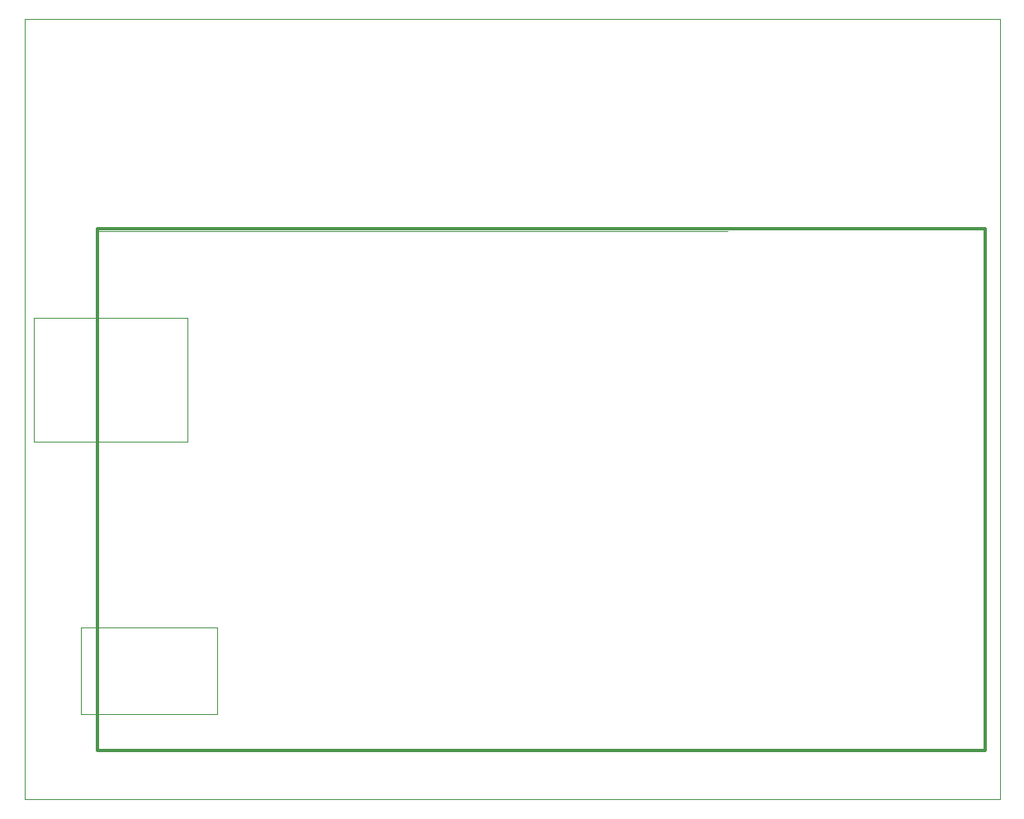
<source format=gbo>
G75*
%MOIN*%
%OFA0B0*%
%FSLAX24Y24*%
%IPPOS*%
%LPD*%
%AMOC8*
5,1,8,0,0,1.08239X$1,22.5*
%
%ADD10C,0.0000*%
%ADD11C,0.0120*%
D10*
X000100Y000100D02*
X000100Y031596D01*
X039470Y031596D01*
X039470Y000100D01*
X000100Y000100D01*
X003080Y002037D02*
X003080Y023037D01*
X028480Y023037D01*
X007880Y007037D02*
X002380Y007037D01*
X002380Y003537D01*
X007880Y003537D01*
X007880Y007037D01*
X003080Y002037D02*
X029080Y002037D01*
X006680Y014537D02*
X000480Y014537D01*
X000480Y019537D01*
X006680Y019537D01*
X006680Y014537D01*
D11*
X003053Y023131D02*
X003053Y002069D01*
X038880Y002069D01*
X038880Y023131D01*
X003053Y023131D01*
M02*

</source>
